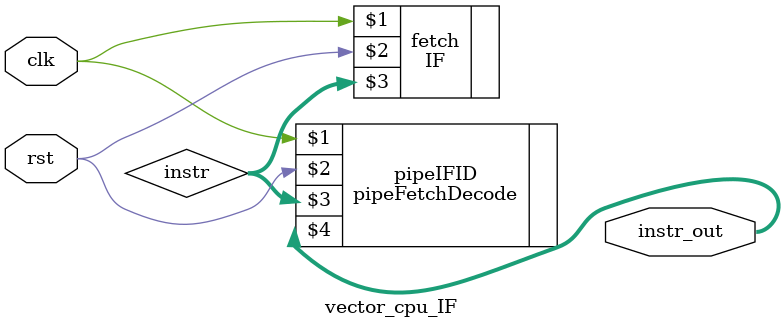
<source format=sv>
module vector_cpu_IF(clk, rst, instr_out);

input logic clk, rst;
output logic [31:0] instr_out;

logic [31:0] instr;

IF fetch(clk, rst, instr);

pipeFetchDecode pipeIFID(clk, rst, instr, instr_out);


endmodule 

</source>
